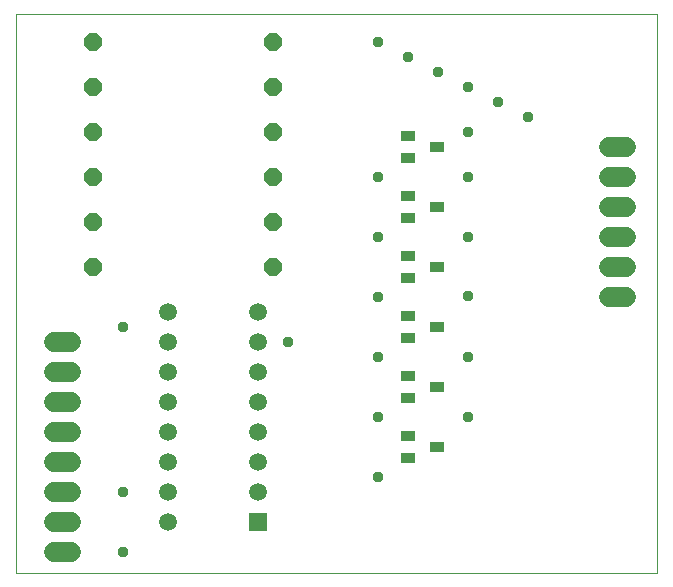
<source format=gts>
G04 EAGLE Gerber X2 export*
%TF.Part,Single*%
%TF.FileFunction,Other,Solder Mask top*%
%TF.FilePolarity,Positive*%
%TF.GenerationSoftware,Autodesk,EAGLE,9.1.2*%
%TF.CreationDate,2019-02-28T11:01:59Z*%
G75*
%MOMM*%
%FSLAX34Y34*%
%LPD*%
%AMOC8*
5,1,8,0,0,1.08239X$1,22.5*%
G01*
%ADD10C,0.000000*%
%ADD11R,1.511200X1.511200*%
%ADD12C,1.511200*%
%ADD13C,1.711200*%
%ADD14R,1.203200X0.903200*%
%ADD15P,1.649562X8X202.500000*%
%ADD16C,0.959600*%


D10*
X-13970Y312420D02*
X528830Y312420D01*
X528830Y786030D01*
X-13970Y786030D01*
X-13970Y312420D01*
D11*
X190500Y355600D03*
D12*
X190500Y381000D03*
X190500Y406400D03*
X190500Y431800D03*
X190500Y457200D03*
X190500Y482600D03*
X190500Y508000D03*
X190500Y533400D03*
X114300Y533400D03*
X114300Y508000D03*
X114300Y482600D03*
X114300Y457200D03*
X114300Y431800D03*
X114300Y406400D03*
X114300Y381000D03*
X114300Y355600D03*
D13*
X32940Y508000D02*
X17860Y508000D01*
X17860Y482600D02*
X32940Y482600D01*
X32940Y457200D02*
X17860Y457200D01*
X17860Y431800D02*
X32940Y431800D01*
X32940Y406400D02*
X17860Y406400D01*
X17860Y381000D02*
X32940Y381000D01*
X32940Y355600D02*
X17860Y355600D01*
X17860Y330200D02*
X32940Y330200D01*
X487760Y673100D02*
X502840Y673100D01*
X502840Y647700D02*
X487760Y647700D01*
X487760Y622300D02*
X502840Y622300D01*
X502840Y596900D02*
X487760Y596900D01*
X487760Y571500D02*
X502840Y571500D01*
X502840Y546100D02*
X487760Y546100D01*
D14*
X318200Y682600D03*
X318200Y663600D03*
X342200Y673100D03*
X318200Y631800D03*
X318200Y612800D03*
X342200Y622300D03*
X318200Y581000D03*
X318200Y562000D03*
X342200Y571500D03*
X318200Y530200D03*
X318200Y511200D03*
X342200Y520700D03*
X318200Y479400D03*
X318200Y460400D03*
X342200Y469900D03*
X318200Y428600D03*
X318200Y409600D03*
X342200Y419100D03*
D15*
X203200Y762000D03*
X50800Y762000D03*
X203200Y723900D03*
X50800Y723900D03*
X203200Y685800D03*
X50800Y685800D03*
X203200Y647700D03*
X50800Y647700D03*
X203200Y609600D03*
X50800Y609600D03*
X203200Y571500D03*
X50800Y571500D03*
D16*
X76200Y330200D03*
X215900Y508000D03*
X292100Y444500D03*
X292100Y495300D03*
X292100Y596900D03*
X292100Y647700D03*
X292100Y546100D03*
X292100Y393700D03*
X76200Y520700D03*
X76200Y381000D03*
X292100Y762000D03*
X368300Y685800D03*
X317500Y749300D03*
X368300Y647700D03*
X342900Y736600D03*
X368300Y596900D03*
X368300Y723900D03*
X368300Y547370D03*
X393700Y711200D03*
X368300Y495300D03*
X419100Y698500D03*
X368300Y444500D03*
M02*

</source>
